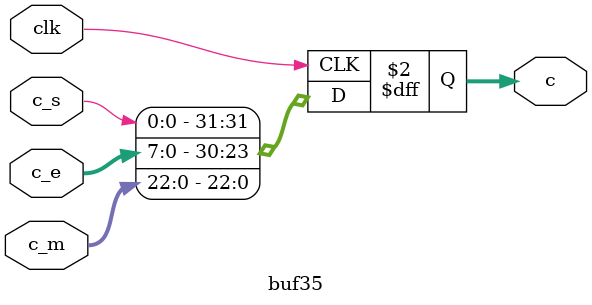
<source format=v>
`timescale 1ns / 1ps
module buf35(
    input [23:0] c_m,
    input [7:0] c_e,
    input c_s,
    input clk,
    output reg [31:0] c
    );
always @(posedge clk) begin

c<={c_s,c_e,c_m[22:0]};

end

endmodule

</source>
